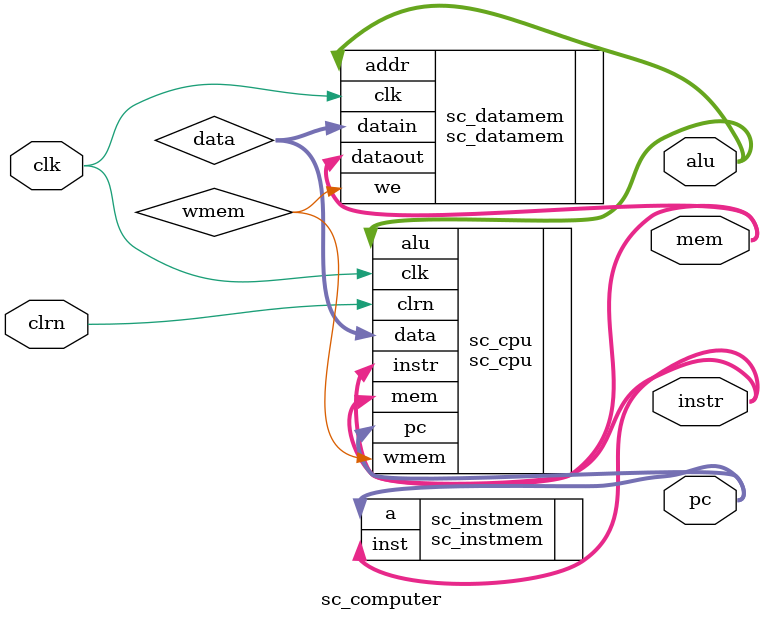
<source format=v>
`timescale 1ns / 1ps
module sc_computer(clk, clrn, instr, pc, alu, mem);
    input clk, clrn;
    output [31:0] instr, pc, alu, mem;
    
    wire [31:0] data;
    wire wmem;
    sc_cpu sc_cpu(
        .instr(instr       ),
        .mem  (mem         ),
        .pc   (pc          ),
        .alu  (alu         ),
        .data (data        ),
        .clk  (clk         ),
        .clrn (clrn        ),
        .wmem (wmem        ) 
    );
    
    sc_instmem sc_instmem(
        .a    (pc           ),
        .inst (instr        ) 
    );
    
    sc_datamem sc_datamem(
        .addr   (alu       ),
        .datain (data      ),
        .we     (wmem      ),
        .clk    (clk       ),
        .dataout(mem       )
    );
    
    
endmodule

</source>
